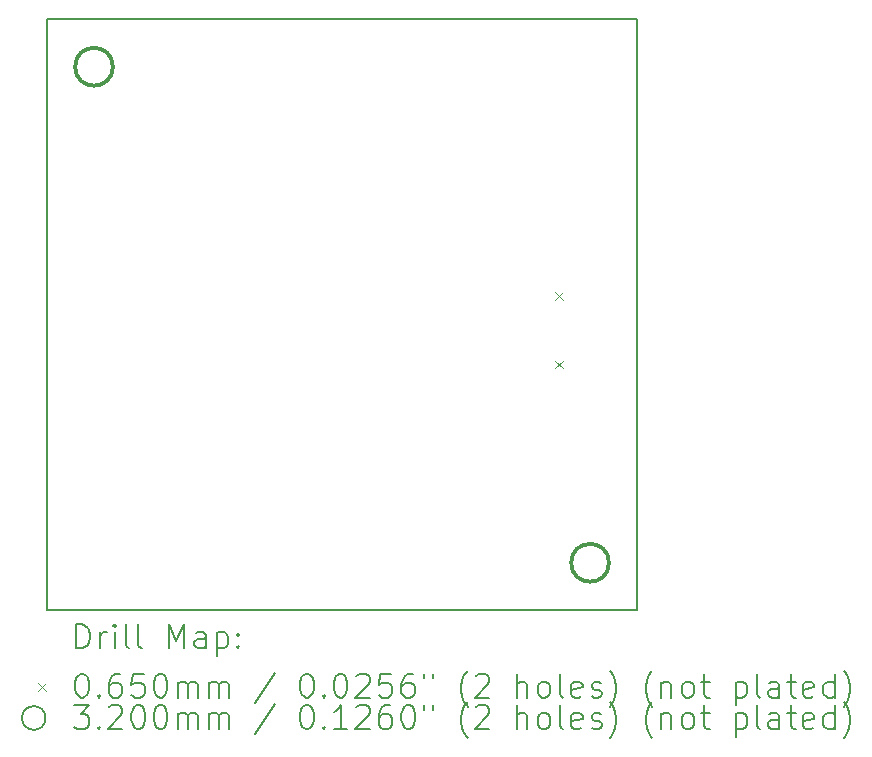
<source format=gbr>
%TF.GenerationSoftware,KiCad,Pcbnew,9.0.5*%
%TF.CreationDate,2025-10-15T09:52:21+02:00*%
%TF.ProjectId,KleverLogger,4b6c6576-6572-44c6-9f67-6765722e6b69,rev?*%
%TF.SameCoordinates,Original*%
%TF.FileFunction,Drillmap*%
%TF.FilePolarity,Positive*%
%FSLAX45Y45*%
G04 Gerber Fmt 4.5, Leading zero omitted, Abs format (unit mm)*
G04 Created by KiCad (PCBNEW 9.0.5) date 2025-10-15 09:52:21*
%MOMM*%
%LPD*%
G01*
G04 APERTURE LIST*
%ADD10C,0.200000*%
%ADD11C,0.100000*%
%ADD12C,0.320000*%
G04 APERTURE END LIST*
D10*
X6000000Y-9000000D02*
X11000000Y-9000000D01*
X11000000Y-14000000D01*
X6000000Y-14000000D01*
X6000000Y-9000000D01*
D11*
X10302500Y-11310500D02*
X10367500Y-11375500D01*
X10367500Y-11310500D02*
X10302500Y-11375500D01*
X10302500Y-11888500D02*
X10367500Y-11953500D01*
X10367500Y-11888500D02*
X10302500Y-11953500D01*
D12*
X6560000Y-9400000D02*
G75*
G02*
X6240000Y-9400000I-160000J0D01*
G01*
X6240000Y-9400000D02*
G75*
G02*
X6560000Y-9400000I160000J0D01*
G01*
X10760000Y-13600000D02*
G75*
G02*
X10440000Y-13600000I-160000J0D01*
G01*
X10440000Y-13600000D02*
G75*
G02*
X10760000Y-13600000I160000J0D01*
G01*
D10*
X6250777Y-14321484D02*
X6250777Y-14121484D01*
X6250777Y-14121484D02*
X6298396Y-14121484D01*
X6298396Y-14121484D02*
X6326967Y-14131008D01*
X6326967Y-14131008D02*
X6346015Y-14150055D01*
X6346015Y-14150055D02*
X6355539Y-14169103D01*
X6355539Y-14169103D02*
X6365062Y-14207198D01*
X6365062Y-14207198D02*
X6365062Y-14235769D01*
X6365062Y-14235769D02*
X6355539Y-14273865D01*
X6355539Y-14273865D02*
X6346015Y-14292912D01*
X6346015Y-14292912D02*
X6326967Y-14311960D01*
X6326967Y-14311960D02*
X6298396Y-14321484D01*
X6298396Y-14321484D02*
X6250777Y-14321484D01*
X6450777Y-14321484D02*
X6450777Y-14188150D01*
X6450777Y-14226246D02*
X6460301Y-14207198D01*
X6460301Y-14207198D02*
X6469824Y-14197674D01*
X6469824Y-14197674D02*
X6488872Y-14188150D01*
X6488872Y-14188150D02*
X6507920Y-14188150D01*
X6574586Y-14321484D02*
X6574586Y-14188150D01*
X6574586Y-14121484D02*
X6565062Y-14131008D01*
X6565062Y-14131008D02*
X6574586Y-14140531D01*
X6574586Y-14140531D02*
X6584110Y-14131008D01*
X6584110Y-14131008D02*
X6574586Y-14121484D01*
X6574586Y-14121484D02*
X6574586Y-14140531D01*
X6698396Y-14321484D02*
X6679348Y-14311960D01*
X6679348Y-14311960D02*
X6669824Y-14292912D01*
X6669824Y-14292912D02*
X6669824Y-14121484D01*
X6803158Y-14321484D02*
X6784110Y-14311960D01*
X6784110Y-14311960D02*
X6774586Y-14292912D01*
X6774586Y-14292912D02*
X6774586Y-14121484D01*
X7031729Y-14321484D02*
X7031729Y-14121484D01*
X7031729Y-14121484D02*
X7098396Y-14264341D01*
X7098396Y-14264341D02*
X7165062Y-14121484D01*
X7165062Y-14121484D02*
X7165062Y-14321484D01*
X7346015Y-14321484D02*
X7346015Y-14216722D01*
X7346015Y-14216722D02*
X7336491Y-14197674D01*
X7336491Y-14197674D02*
X7317443Y-14188150D01*
X7317443Y-14188150D02*
X7279348Y-14188150D01*
X7279348Y-14188150D02*
X7260301Y-14197674D01*
X7346015Y-14311960D02*
X7326967Y-14321484D01*
X7326967Y-14321484D02*
X7279348Y-14321484D01*
X7279348Y-14321484D02*
X7260301Y-14311960D01*
X7260301Y-14311960D02*
X7250777Y-14292912D01*
X7250777Y-14292912D02*
X7250777Y-14273865D01*
X7250777Y-14273865D02*
X7260301Y-14254817D01*
X7260301Y-14254817D02*
X7279348Y-14245293D01*
X7279348Y-14245293D02*
X7326967Y-14245293D01*
X7326967Y-14245293D02*
X7346015Y-14235769D01*
X7441253Y-14188150D02*
X7441253Y-14388150D01*
X7441253Y-14197674D02*
X7460301Y-14188150D01*
X7460301Y-14188150D02*
X7498396Y-14188150D01*
X7498396Y-14188150D02*
X7517443Y-14197674D01*
X7517443Y-14197674D02*
X7526967Y-14207198D01*
X7526967Y-14207198D02*
X7536491Y-14226246D01*
X7536491Y-14226246D02*
X7536491Y-14283388D01*
X7536491Y-14283388D02*
X7526967Y-14302436D01*
X7526967Y-14302436D02*
X7517443Y-14311960D01*
X7517443Y-14311960D02*
X7498396Y-14321484D01*
X7498396Y-14321484D02*
X7460301Y-14321484D01*
X7460301Y-14321484D02*
X7441253Y-14311960D01*
X7622205Y-14302436D02*
X7631729Y-14311960D01*
X7631729Y-14311960D02*
X7622205Y-14321484D01*
X7622205Y-14321484D02*
X7612682Y-14311960D01*
X7612682Y-14311960D02*
X7622205Y-14302436D01*
X7622205Y-14302436D02*
X7622205Y-14321484D01*
X7622205Y-14197674D02*
X7631729Y-14207198D01*
X7631729Y-14207198D02*
X7622205Y-14216722D01*
X7622205Y-14216722D02*
X7612682Y-14207198D01*
X7612682Y-14207198D02*
X7622205Y-14197674D01*
X7622205Y-14197674D02*
X7622205Y-14216722D01*
D11*
X5925000Y-14617500D02*
X5990000Y-14682500D01*
X5990000Y-14617500D02*
X5925000Y-14682500D01*
D10*
X6288872Y-14541484D02*
X6307920Y-14541484D01*
X6307920Y-14541484D02*
X6326967Y-14551008D01*
X6326967Y-14551008D02*
X6336491Y-14560531D01*
X6336491Y-14560531D02*
X6346015Y-14579579D01*
X6346015Y-14579579D02*
X6355539Y-14617674D01*
X6355539Y-14617674D02*
X6355539Y-14665293D01*
X6355539Y-14665293D02*
X6346015Y-14703388D01*
X6346015Y-14703388D02*
X6336491Y-14722436D01*
X6336491Y-14722436D02*
X6326967Y-14731960D01*
X6326967Y-14731960D02*
X6307920Y-14741484D01*
X6307920Y-14741484D02*
X6288872Y-14741484D01*
X6288872Y-14741484D02*
X6269824Y-14731960D01*
X6269824Y-14731960D02*
X6260301Y-14722436D01*
X6260301Y-14722436D02*
X6250777Y-14703388D01*
X6250777Y-14703388D02*
X6241253Y-14665293D01*
X6241253Y-14665293D02*
X6241253Y-14617674D01*
X6241253Y-14617674D02*
X6250777Y-14579579D01*
X6250777Y-14579579D02*
X6260301Y-14560531D01*
X6260301Y-14560531D02*
X6269824Y-14551008D01*
X6269824Y-14551008D02*
X6288872Y-14541484D01*
X6441253Y-14722436D02*
X6450777Y-14731960D01*
X6450777Y-14731960D02*
X6441253Y-14741484D01*
X6441253Y-14741484D02*
X6431729Y-14731960D01*
X6431729Y-14731960D02*
X6441253Y-14722436D01*
X6441253Y-14722436D02*
X6441253Y-14741484D01*
X6622205Y-14541484D02*
X6584110Y-14541484D01*
X6584110Y-14541484D02*
X6565062Y-14551008D01*
X6565062Y-14551008D02*
X6555539Y-14560531D01*
X6555539Y-14560531D02*
X6536491Y-14589103D01*
X6536491Y-14589103D02*
X6526967Y-14627198D01*
X6526967Y-14627198D02*
X6526967Y-14703388D01*
X6526967Y-14703388D02*
X6536491Y-14722436D01*
X6536491Y-14722436D02*
X6546015Y-14731960D01*
X6546015Y-14731960D02*
X6565062Y-14741484D01*
X6565062Y-14741484D02*
X6603158Y-14741484D01*
X6603158Y-14741484D02*
X6622205Y-14731960D01*
X6622205Y-14731960D02*
X6631729Y-14722436D01*
X6631729Y-14722436D02*
X6641253Y-14703388D01*
X6641253Y-14703388D02*
X6641253Y-14655769D01*
X6641253Y-14655769D02*
X6631729Y-14636722D01*
X6631729Y-14636722D02*
X6622205Y-14627198D01*
X6622205Y-14627198D02*
X6603158Y-14617674D01*
X6603158Y-14617674D02*
X6565062Y-14617674D01*
X6565062Y-14617674D02*
X6546015Y-14627198D01*
X6546015Y-14627198D02*
X6536491Y-14636722D01*
X6536491Y-14636722D02*
X6526967Y-14655769D01*
X6822205Y-14541484D02*
X6726967Y-14541484D01*
X6726967Y-14541484D02*
X6717443Y-14636722D01*
X6717443Y-14636722D02*
X6726967Y-14627198D01*
X6726967Y-14627198D02*
X6746015Y-14617674D01*
X6746015Y-14617674D02*
X6793634Y-14617674D01*
X6793634Y-14617674D02*
X6812682Y-14627198D01*
X6812682Y-14627198D02*
X6822205Y-14636722D01*
X6822205Y-14636722D02*
X6831729Y-14655769D01*
X6831729Y-14655769D02*
X6831729Y-14703388D01*
X6831729Y-14703388D02*
X6822205Y-14722436D01*
X6822205Y-14722436D02*
X6812682Y-14731960D01*
X6812682Y-14731960D02*
X6793634Y-14741484D01*
X6793634Y-14741484D02*
X6746015Y-14741484D01*
X6746015Y-14741484D02*
X6726967Y-14731960D01*
X6726967Y-14731960D02*
X6717443Y-14722436D01*
X6955539Y-14541484D02*
X6974586Y-14541484D01*
X6974586Y-14541484D02*
X6993634Y-14551008D01*
X6993634Y-14551008D02*
X7003158Y-14560531D01*
X7003158Y-14560531D02*
X7012682Y-14579579D01*
X7012682Y-14579579D02*
X7022205Y-14617674D01*
X7022205Y-14617674D02*
X7022205Y-14665293D01*
X7022205Y-14665293D02*
X7012682Y-14703388D01*
X7012682Y-14703388D02*
X7003158Y-14722436D01*
X7003158Y-14722436D02*
X6993634Y-14731960D01*
X6993634Y-14731960D02*
X6974586Y-14741484D01*
X6974586Y-14741484D02*
X6955539Y-14741484D01*
X6955539Y-14741484D02*
X6936491Y-14731960D01*
X6936491Y-14731960D02*
X6926967Y-14722436D01*
X6926967Y-14722436D02*
X6917443Y-14703388D01*
X6917443Y-14703388D02*
X6907920Y-14665293D01*
X6907920Y-14665293D02*
X6907920Y-14617674D01*
X6907920Y-14617674D02*
X6917443Y-14579579D01*
X6917443Y-14579579D02*
X6926967Y-14560531D01*
X6926967Y-14560531D02*
X6936491Y-14551008D01*
X6936491Y-14551008D02*
X6955539Y-14541484D01*
X7107920Y-14741484D02*
X7107920Y-14608150D01*
X7107920Y-14627198D02*
X7117443Y-14617674D01*
X7117443Y-14617674D02*
X7136491Y-14608150D01*
X7136491Y-14608150D02*
X7165063Y-14608150D01*
X7165063Y-14608150D02*
X7184110Y-14617674D01*
X7184110Y-14617674D02*
X7193634Y-14636722D01*
X7193634Y-14636722D02*
X7193634Y-14741484D01*
X7193634Y-14636722D02*
X7203158Y-14617674D01*
X7203158Y-14617674D02*
X7222205Y-14608150D01*
X7222205Y-14608150D02*
X7250777Y-14608150D01*
X7250777Y-14608150D02*
X7269824Y-14617674D01*
X7269824Y-14617674D02*
X7279348Y-14636722D01*
X7279348Y-14636722D02*
X7279348Y-14741484D01*
X7374586Y-14741484D02*
X7374586Y-14608150D01*
X7374586Y-14627198D02*
X7384110Y-14617674D01*
X7384110Y-14617674D02*
X7403158Y-14608150D01*
X7403158Y-14608150D02*
X7431729Y-14608150D01*
X7431729Y-14608150D02*
X7450777Y-14617674D01*
X7450777Y-14617674D02*
X7460301Y-14636722D01*
X7460301Y-14636722D02*
X7460301Y-14741484D01*
X7460301Y-14636722D02*
X7469824Y-14617674D01*
X7469824Y-14617674D02*
X7488872Y-14608150D01*
X7488872Y-14608150D02*
X7517443Y-14608150D01*
X7517443Y-14608150D02*
X7536491Y-14617674D01*
X7536491Y-14617674D02*
X7546015Y-14636722D01*
X7546015Y-14636722D02*
X7546015Y-14741484D01*
X7936491Y-14531960D02*
X7765063Y-14789103D01*
X8193634Y-14541484D02*
X8212682Y-14541484D01*
X8212682Y-14541484D02*
X8231729Y-14551008D01*
X8231729Y-14551008D02*
X8241253Y-14560531D01*
X8241253Y-14560531D02*
X8250777Y-14579579D01*
X8250777Y-14579579D02*
X8260301Y-14617674D01*
X8260301Y-14617674D02*
X8260301Y-14665293D01*
X8260301Y-14665293D02*
X8250777Y-14703388D01*
X8250777Y-14703388D02*
X8241253Y-14722436D01*
X8241253Y-14722436D02*
X8231729Y-14731960D01*
X8231729Y-14731960D02*
X8212682Y-14741484D01*
X8212682Y-14741484D02*
X8193634Y-14741484D01*
X8193634Y-14741484D02*
X8174586Y-14731960D01*
X8174586Y-14731960D02*
X8165063Y-14722436D01*
X8165063Y-14722436D02*
X8155539Y-14703388D01*
X8155539Y-14703388D02*
X8146015Y-14665293D01*
X8146015Y-14665293D02*
X8146015Y-14617674D01*
X8146015Y-14617674D02*
X8155539Y-14579579D01*
X8155539Y-14579579D02*
X8165063Y-14560531D01*
X8165063Y-14560531D02*
X8174586Y-14551008D01*
X8174586Y-14551008D02*
X8193634Y-14541484D01*
X8346015Y-14722436D02*
X8355539Y-14731960D01*
X8355539Y-14731960D02*
X8346015Y-14741484D01*
X8346015Y-14741484D02*
X8336491Y-14731960D01*
X8336491Y-14731960D02*
X8346015Y-14722436D01*
X8346015Y-14722436D02*
X8346015Y-14741484D01*
X8479348Y-14541484D02*
X8498396Y-14541484D01*
X8498396Y-14541484D02*
X8517444Y-14551008D01*
X8517444Y-14551008D02*
X8526968Y-14560531D01*
X8526968Y-14560531D02*
X8536491Y-14579579D01*
X8536491Y-14579579D02*
X8546015Y-14617674D01*
X8546015Y-14617674D02*
X8546015Y-14665293D01*
X8546015Y-14665293D02*
X8536491Y-14703388D01*
X8536491Y-14703388D02*
X8526968Y-14722436D01*
X8526968Y-14722436D02*
X8517444Y-14731960D01*
X8517444Y-14731960D02*
X8498396Y-14741484D01*
X8498396Y-14741484D02*
X8479348Y-14741484D01*
X8479348Y-14741484D02*
X8460301Y-14731960D01*
X8460301Y-14731960D02*
X8450777Y-14722436D01*
X8450777Y-14722436D02*
X8441253Y-14703388D01*
X8441253Y-14703388D02*
X8431729Y-14665293D01*
X8431729Y-14665293D02*
X8431729Y-14617674D01*
X8431729Y-14617674D02*
X8441253Y-14579579D01*
X8441253Y-14579579D02*
X8450777Y-14560531D01*
X8450777Y-14560531D02*
X8460301Y-14551008D01*
X8460301Y-14551008D02*
X8479348Y-14541484D01*
X8622206Y-14560531D02*
X8631729Y-14551008D01*
X8631729Y-14551008D02*
X8650777Y-14541484D01*
X8650777Y-14541484D02*
X8698396Y-14541484D01*
X8698396Y-14541484D02*
X8717444Y-14551008D01*
X8717444Y-14551008D02*
X8726968Y-14560531D01*
X8726968Y-14560531D02*
X8736491Y-14579579D01*
X8736491Y-14579579D02*
X8736491Y-14598627D01*
X8736491Y-14598627D02*
X8726968Y-14627198D01*
X8726968Y-14627198D02*
X8612682Y-14741484D01*
X8612682Y-14741484D02*
X8736491Y-14741484D01*
X8917444Y-14541484D02*
X8822206Y-14541484D01*
X8822206Y-14541484D02*
X8812682Y-14636722D01*
X8812682Y-14636722D02*
X8822206Y-14627198D01*
X8822206Y-14627198D02*
X8841253Y-14617674D01*
X8841253Y-14617674D02*
X8888872Y-14617674D01*
X8888872Y-14617674D02*
X8907920Y-14627198D01*
X8907920Y-14627198D02*
X8917444Y-14636722D01*
X8917444Y-14636722D02*
X8926968Y-14655769D01*
X8926968Y-14655769D02*
X8926968Y-14703388D01*
X8926968Y-14703388D02*
X8917444Y-14722436D01*
X8917444Y-14722436D02*
X8907920Y-14731960D01*
X8907920Y-14731960D02*
X8888872Y-14741484D01*
X8888872Y-14741484D02*
X8841253Y-14741484D01*
X8841253Y-14741484D02*
X8822206Y-14731960D01*
X8822206Y-14731960D02*
X8812682Y-14722436D01*
X9098396Y-14541484D02*
X9060301Y-14541484D01*
X9060301Y-14541484D02*
X9041253Y-14551008D01*
X9041253Y-14551008D02*
X9031729Y-14560531D01*
X9031729Y-14560531D02*
X9012682Y-14589103D01*
X9012682Y-14589103D02*
X9003158Y-14627198D01*
X9003158Y-14627198D02*
X9003158Y-14703388D01*
X9003158Y-14703388D02*
X9012682Y-14722436D01*
X9012682Y-14722436D02*
X9022206Y-14731960D01*
X9022206Y-14731960D02*
X9041253Y-14741484D01*
X9041253Y-14741484D02*
X9079349Y-14741484D01*
X9079349Y-14741484D02*
X9098396Y-14731960D01*
X9098396Y-14731960D02*
X9107920Y-14722436D01*
X9107920Y-14722436D02*
X9117444Y-14703388D01*
X9117444Y-14703388D02*
X9117444Y-14655769D01*
X9117444Y-14655769D02*
X9107920Y-14636722D01*
X9107920Y-14636722D02*
X9098396Y-14627198D01*
X9098396Y-14627198D02*
X9079349Y-14617674D01*
X9079349Y-14617674D02*
X9041253Y-14617674D01*
X9041253Y-14617674D02*
X9022206Y-14627198D01*
X9022206Y-14627198D02*
X9012682Y-14636722D01*
X9012682Y-14636722D02*
X9003158Y-14655769D01*
X9193634Y-14541484D02*
X9193634Y-14579579D01*
X9269825Y-14541484D02*
X9269825Y-14579579D01*
X9565063Y-14817674D02*
X9555539Y-14808150D01*
X9555539Y-14808150D02*
X9536491Y-14779579D01*
X9536491Y-14779579D02*
X9526968Y-14760531D01*
X9526968Y-14760531D02*
X9517444Y-14731960D01*
X9517444Y-14731960D02*
X9507920Y-14684341D01*
X9507920Y-14684341D02*
X9507920Y-14646246D01*
X9507920Y-14646246D02*
X9517444Y-14598627D01*
X9517444Y-14598627D02*
X9526968Y-14570055D01*
X9526968Y-14570055D02*
X9536491Y-14551008D01*
X9536491Y-14551008D02*
X9555539Y-14522436D01*
X9555539Y-14522436D02*
X9565063Y-14512912D01*
X9631730Y-14560531D02*
X9641253Y-14551008D01*
X9641253Y-14551008D02*
X9660301Y-14541484D01*
X9660301Y-14541484D02*
X9707920Y-14541484D01*
X9707920Y-14541484D02*
X9726968Y-14551008D01*
X9726968Y-14551008D02*
X9736491Y-14560531D01*
X9736491Y-14560531D02*
X9746015Y-14579579D01*
X9746015Y-14579579D02*
X9746015Y-14598627D01*
X9746015Y-14598627D02*
X9736491Y-14627198D01*
X9736491Y-14627198D02*
X9622206Y-14741484D01*
X9622206Y-14741484D02*
X9746015Y-14741484D01*
X9984111Y-14741484D02*
X9984111Y-14541484D01*
X10069825Y-14741484D02*
X10069825Y-14636722D01*
X10069825Y-14636722D02*
X10060301Y-14617674D01*
X10060301Y-14617674D02*
X10041253Y-14608150D01*
X10041253Y-14608150D02*
X10012682Y-14608150D01*
X10012682Y-14608150D02*
X9993634Y-14617674D01*
X9993634Y-14617674D02*
X9984111Y-14627198D01*
X10193634Y-14741484D02*
X10174587Y-14731960D01*
X10174587Y-14731960D02*
X10165063Y-14722436D01*
X10165063Y-14722436D02*
X10155539Y-14703388D01*
X10155539Y-14703388D02*
X10155539Y-14646246D01*
X10155539Y-14646246D02*
X10165063Y-14627198D01*
X10165063Y-14627198D02*
X10174587Y-14617674D01*
X10174587Y-14617674D02*
X10193634Y-14608150D01*
X10193634Y-14608150D02*
X10222206Y-14608150D01*
X10222206Y-14608150D02*
X10241253Y-14617674D01*
X10241253Y-14617674D02*
X10250777Y-14627198D01*
X10250777Y-14627198D02*
X10260301Y-14646246D01*
X10260301Y-14646246D02*
X10260301Y-14703388D01*
X10260301Y-14703388D02*
X10250777Y-14722436D01*
X10250777Y-14722436D02*
X10241253Y-14731960D01*
X10241253Y-14731960D02*
X10222206Y-14741484D01*
X10222206Y-14741484D02*
X10193634Y-14741484D01*
X10374587Y-14741484D02*
X10355539Y-14731960D01*
X10355539Y-14731960D02*
X10346015Y-14712912D01*
X10346015Y-14712912D02*
X10346015Y-14541484D01*
X10526968Y-14731960D02*
X10507920Y-14741484D01*
X10507920Y-14741484D02*
X10469825Y-14741484D01*
X10469825Y-14741484D02*
X10450777Y-14731960D01*
X10450777Y-14731960D02*
X10441253Y-14712912D01*
X10441253Y-14712912D02*
X10441253Y-14636722D01*
X10441253Y-14636722D02*
X10450777Y-14617674D01*
X10450777Y-14617674D02*
X10469825Y-14608150D01*
X10469825Y-14608150D02*
X10507920Y-14608150D01*
X10507920Y-14608150D02*
X10526968Y-14617674D01*
X10526968Y-14617674D02*
X10536492Y-14636722D01*
X10536492Y-14636722D02*
X10536492Y-14655769D01*
X10536492Y-14655769D02*
X10441253Y-14674817D01*
X10612682Y-14731960D02*
X10631730Y-14741484D01*
X10631730Y-14741484D02*
X10669825Y-14741484D01*
X10669825Y-14741484D02*
X10688873Y-14731960D01*
X10688873Y-14731960D02*
X10698396Y-14712912D01*
X10698396Y-14712912D02*
X10698396Y-14703388D01*
X10698396Y-14703388D02*
X10688873Y-14684341D01*
X10688873Y-14684341D02*
X10669825Y-14674817D01*
X10669825Y-14674817D02*
X10641253Y-14674817D01*
X10641253Y-14674817D02*
X10622206Y-14665293D01*
X10622206Y-14665293D02*
X10612682Y-14646246D01*
X10612682Y-14646246D02*
X10612682Y-14636722D01*
X10612682Y-14636722D02*
X10622206Y-14617674D01*
X10622206Y-14617674D02*
X10641253Y-14608150D01*
X10641253Y-14608150D02*
X10669825Y-14608150D01*
X10669825Y-14608150D02*
X10688873Y-14617674D01*
X10765063Y-14817674D02*
X10774587Y-14808150D01*
X10774587Y-14808150D02*
X10793634Y-14779579D01*
X10793634Y-14779579D02*
X10803158Y-14760531D01*
X10803158Y-14760531D02*
X10812682Y-14731960D01*
X10812682Y-14731960D02*
X10822206Y-14684341D01*
X10822206Y-14684341D02*
X10822206Y-14646246D01*
X10822206Y-14646246D02*
X10812682Y-14598627D01*
X10812682Y-14598627D02*
X10803158Y-14570055D01*
X10803158Y-14570055D02*
X10793634Y-14551008D01*
X10793634Y-14551008D02*
X10774587Y-14522436D01*
X10774587Y-14522436D02*
X10765063Y-14512912D01*
X11126968Y-14817674D02*
X11117444Y-14808150D01*
X11117444Y-14808150D02*
X11098396Y-14779579D01*
X11098396Y-14779579D02*
X11088873Y-14760531D01*
X11088873Y-14760531D02*
X11079349Y-14731960D01*
X11079349Y-14731960D02*
X11069825Y-14684341D01*
X11069825Y-14684341D02*
X11069825Y-14646246D01*
X11069825Y-14646246D02*
X11079349Y-14598627D01*
X11079349Y-14598627D02*
X11088873Y-14570055D01*
X11088873Y-14570055D02*
X11098396Y-14551008D01*
X11098396Y-14551008D02*
X11117444Y-14522436D01*
X11117444Y-14522436D02*
X11126968Y-14512912D01*
X11203158Y-14608150D02*
X11203158Y-14741484D01*
X11203158Y-14627198D02*
X11212682Y-14617674D01*
X11212682Y-14617674D02*
X11231730Y-14608150D01*
X11231730Y-14608150D02*
X11260301Y-14608150D01*
X11260301Y-14608150D02*
X11279349Y-14617674D01*
X11279349Y-14617674D02*
X11288872Y-14636722D01*
X11288872Y-14636722D02*
X11288872Y-14741484D01*
X11412682Y-14741484D02*
X11393634Y-14731960D01*
X11393634Y-14731960D02*
X11384111Y-14722436D01*
X11384111Y-14722436D02*
X11374587Y-14703388D01*
X11374587Y-14703388D02*
X11374587Y-14646246D01*
X11374587Y-14646246D02*
X11384111Y-14627198D01*
X11384111Y-14627198D02*
X11393634Y-14617674D01*
X11393634Y-14617674D02*
X11412682Y-14608150D01*
X11412682Y-14608150D02*
X11441253Y-14608150D01*
X11441253Y-14608150D02*
X11460301Y-14617674D01*
X11460301Y-14617674D02*
X11469825Y-14627198D01*
X11469825Y-14627198D02*
X11479349Y-14646246D01*
X11479349Y-14646246D02*
X11479349Y-14703388D01*
X11479349Y-14703388D02*
X11469825Y-14722436D01*
X11469825Y-14722436D02*
X11460301Y-14731960D01*
X11460301Y-14731960D02*
X11441253Y-14741484D01*
X11441253Y-14741484D02*
X11412682Y-14741484D01*
X11536492Y-14608150D02*
X11612682Y-14608150D01*
X11565063Y-14541484D02*
X11565063Y-14712912D01*
X11565063Y-14712912D02*
X11574587Y-14731960D01*
X11574587Y-14731960D02*
X11593634Y-14741484D01*
X11593634Y-14741484D02*
X11612682Y-14741484D01*
X11831730Y-14608150D02*
X11831730Y-14808150D01*
X11831730Y-14617674D02*
X11850777Y-14608150D01*
X11850777Y-14608150D02*
X11888873Y-14608150D01*
X11888873Y-14608150D02*
X11907920Y-14617674D01*
X11907920Y-14617674D02*
X11917444Y-14627198D01*
X11917444Y-14627198D02*
X11926968Y-14646246D01*
X11926968Y-14646246D02*
X11926968Y-14703388D01*
X11926968Y-14703388D02*
X11917444Y-14722436D01*
X11917444Y-14722436D02*
X11907920Y-14731960D01*
X11907920Y-14731960D02*
X11888873Y-14741484D01*
X11888873Y-14741484D02*
X11850777Y-14741484D01*
X11850777Y-14741484D02*
X11831730Y-14731960D01*
X12041253Y-14741484D02*
X12022206Y-14731960D01*
X12022206Y-14731960D02*
X12012682Y-14712912D01*
X12012682Y-14712912D02*
X12012682Y-14541484D01*
X12203158Y-14741484D02*
X12203158Y-14636722D01*
X12203158Y-14636722D02*
X12193634Y-14617674D01*
X12193634Y-14617674D02*
X12174587Y-14608150D01*
X12174587Y-14608150D02*
X12136492Y-14608150D01*
X12136492Y-14608150D02*
X12117444Y-14617674D01*
X12203158Y-14731960D02*
X12184111Y-14741484D01*
X12184111Y-14741484D02*
X12136492Y-14741484D01*
X12136492Y-14741484D02*
X12117444Y-14731960D01*
X12117444Y-14731960D02*
X12107920Y-14712912D01*
X12107920Y-14712912D02*
X12107920Y-14693865D01*
X12107920Y-14693865D02*
X12117444Y-14674817D01*
X12117444Y-14674817D02*
X12136492Y-14665293D01*
X12136492Y-14665293D02*
X12184111Y-14665293D01*
X12184111Y-14665293D02*
X12203158Y-14655769D01*
X12269825Y-14608150D02*
X12346015Y-14608150D01*
X12298396Y-14541484D02*
X12298396Y-14712912D01*
X12298396Y-14712912D02*
X12307920Y-14731960D01*
X12307920Y-14731960D02*
X12326968Y-14741484D01*
X12326968Y-14741484D02*
X12346015Y-14741484D01*
X12488873Y-14731960D02*
X12469825Y-14741484D01*
X12469825Y-14741484D02*
X12431730Y-14741484D01*
X12431730Y-14741484D02*
X12412682Y-14731960D01*
X12412682Y-14731960D02*
X12403158Y-14712912D01*
X12403158Y-14712912D02*
X12403158Y-14636722D01*
X12403158Y-14636722D02*
X12412682Y-14617674D01*
X12412682Y-14617674D02*
X12431730Y-14608150D01*
X12431730Y-14608150D02*
X12469825Y-14608150D01*
X12469825Y-14608150D02*
X12488873Y-14617674D01*
X12488873Y-14617674D02*
X12498396Y-14636722D01*
X12498396Y-14636722D02*
X12498396Y-14655769D01*
X12498396Y-14655769D02*
X12403158Y-14674817D01*
X12669825Y-14741484D02*
X12669825Y-14541484D01*
X12669825Y-14731960D02*
X12650777Y-14741484D01*
X12650777Y-14741484D02*
X12612682Y-14741484D01*
X12612682Y-14741484D02*
X12593634Y-14731960D01*
X12593634Y-14731960D02*
X12584111Y-14722436D01*
X12584111Y-14722436D02*
X12574587Y-14703388D01*
X12574587Y-14703388D02*
X12574587Y-14646246D01*
X12574587Y-14646246D02*
X12584111Y-14627198D01*
X12584111Y-14627198D02*
X12593634Y-14617674D01*
X12593634Y-14617674D02*
X12612682Y-14608150D01*
X12612682Y-14608150D02*
X12650777Y-14608150D01*
X12650777Y-14608150D02*
X12669825Y-14617674D01*
X12746015Y-14817674D02*
X12755539Y-14808150D01*
X12755539Y-14808150D02*
X12774587Y-14779579D01*
X12774587Y-14779579D02*
X12784111Y-14760531D01*
X12784111Y-14760531D02*
X12793634Y-14731960D01*
X12793634Y-14731960D02*
X12803158Y-14684341D01*
X12803158Y-14684341D02*
X12803158Y-14646246D01*
X12803158Y-14646246D02*
X12793634Y-14598627D01*
X12793634Y-14598627D02*
X12784111Y-14570055D01*
X12784111Y-14570055D02*
X12774587Y-14551008D01*
X12774587Y-14551008D02*
X12755539Y-14522436D01*
X12755539Y-14522436D02*
X12746015Y-14512912D01*
X5990000Y-14914000D02*
G75*
G02*
X5790000Y-14914000I-100000J0D01*
G01*
X5790000Y-14914000D02*
G75*
G02*
X5990000Y-14914000I100000J0D01*
G01*
X6231729Y-14805484D02*
X6355539Y-14805484D01*
X6355539Y-14805484D02*
X6288872Y-14881674D01*
X6288872Y-14881674D02*
X6317443Y-14881674D01*
X6317443Y-14881674D02*
X6336491Y-14891198D01*
X6336491Y-14891198D02*
X6346015Y-14900722D01*
X6346015Y-14900722D02*
X6355539Y-14919769D01*
X6355539Y-14919769D02*
X6355539Y-14967388D01*
X6355539Y-14967388D02*
X6346015Y-14986436D01*
X6346015Y-14986436D02*
X6336491Y-14995960D01*
X6336491Y-14995960D02*
X6317443Y-15005484D01*
X6317443Y-15005484D02*
X6260301Y-15005484D01*
X6260301Y-15005484D02*
X6241253Y-14995960D01*
X6241253Y-14995960D02*
X6231729Y-14986436D01*
X6441253Y-14986436D02*
X6450777Y-14995960D01*
X6450777Y-14995960D02*
X6441253Y-15005484D01*
X6441253Y-15005484D02*
X6431729Y-14995960D01*
X6431729Y-14995960D02*
X6441253Y-14986436D01*
X6441253Y-14986436D02*
X6441253Y-15005484D01*
X6526967Y-14824531D02*
X6536491Y-14815008D01*
X6536491Y-14815008D02*
X6555539Y-14805484D01*
X6555539Y-14805484D02*
X6603158Y-14805484D01*
X6603158Y-14805484D02*
X6622205Y-14815008D01*
X6622205Y-14815008D02*
X6631729Y-14824531D01*
X6631729Y-14824531D02*
X6641253Y-14843579D01*
X6641253Y-14843579D02*
X6641253Y-14862627D01*
X6641253Y-14862627D02*
X6631729Y-14891198D01*
X6631729Y-14891198D02*
X6517443Y-15005484D01*
X6517443Y-15005484D02*
X6641253Y-15005484D01*
X6765062Y-14805484D02*
X6784110Y-14805484D01*
X6784110Y-14805484D02*
X6803158Y-14815008D01*
X6803158Y-14815008D02*
X6812682Y-14824531D01*
X6812682Y-14824531D02*
X6822205Y-14843579D01*
X6822205Y-14843579D02*
X6831729Y-14881674D01*
X6831729Y-14881674D02*
X6831729Y-14929293D01*
X6831729Y-14929293D02*
X6822205Y-14967388D01*
X6822205Y-14967388D02*
X6812682Y-14986436D01*
X6812682Y-14986436D02*
X6803158Y-14995960D01*
X6803158Y-14995960D02*
X6784110Y-15005484D01*
X6784110Y-15005484D02*
X6765062Y-15005484D01*
X6765062Y-15005484D02*
X6746015Y-14995960D01*
X6746015Y-14995960D02*
X6736491Y-14986436D01*
X6736491Y-14986436D02*
X6726967Y-14967388D01*
X6726967Y-14967388D02*
X6717443Y-14929293D01*
X6717443Y-14929293D02*
X6717443Y-14881674D01*
X6717443Y-14881674D02*
X6726967Y-14843579D01*
X6726967Y-14843579D02*
X6736491Y-14824531D01*
X6736491Y-14824531D02*
X6746015Y-14815008D01*
X6746015Y-14815008D02*
X6765062Y-14805484D01*
X6955539Y-14805484D02*
X6974586Y-14805484D01*
X6974586Y-14805484D02*
X6993634Y-14815008D01*
X6993634Y-14815008D02*
X7003158Y-14824531D01*
X7003158Y-14824531D02*
X7012682Y-14843579D01*
X7012682Y-14843579D02*
X7022205Y-14881674D01*
X7022205Y-14881674D02*
X7022205Y-14929293D01*
X7022205Y-14929293D02*
X7012682Y-14967388D01*
X7012682Y-14967388D02*
X7003158Y-14986436D01*
X7003158Y-14986436D02*
X6993634Y-14995960D01*
X6993634Y-14995960D02*
X6974586Y-15005484D01*
X6974586Y-15005484D02*
X6955539Y-15005484D01*
X6955539Y-15005484D02*
X6936491Y-14995960D01*
X6936491Y-14995960D02*
X6926967Y-14986436D01*
X6926967Y-14986436D02*
X6917443Y-14967388D01*
X6917443Y-14967388D02*
X6907920Y-14929293D01*
X6907920Y-14929293D02*
X6907920Y-14881674D01*
X6907920Y-14881674D02*
X6917443Y-14843579D01*
X6917443Y-14843579D02*
X6926967Y-14824531D01*
X6926967Y-14824531D02*
X6936491Y-14815008D01*
X6936491Y-14815008D02*
X6955539Y-14805484D01*
X7107920Y-15005484D02*
X7107920Y-14872150D01*
X7107920Y-14891198D02*
X7117443Y-14881674D01*
X7117443Y-14881674D02*
X7136491Y-14872150D01*
X7136491Y-14872150D02*
X7165063Y-14872150D01*
X7165063Y-14872150D02*
X7184110Y-14881674D01*
X7184110Y-14881674D02*
X7193634Y-14900722D01*
X7193634Y-14900722D02*
X7193634Y-15005484D01*
X7193634Y-14900722D02*
X7203158Y-14881674D01*
X7203158Y-14881674D02*
X7222205Y-14872150D01*
X7222205Y-14872150D02*
X7250777Y-14872150D01*
X7250777Y-14872150D02*
X7269824Y-14881674D01*
X7269824Y-14881674D02*
X7279348Y-14900722D01*
X7279348Y-14900722D02*
X7279348Y-15005484D01*
X7374586Y-15005484D02*
X7374586Y-14872150D01*
X7374586Y-14891198D02*
X7384110Y-14881674D01*
X7384110Y-14881674D02*
X7403158Y-14872150D01*
X7403158Y-14872150D02*
X7431729Y-14872150D01*
X7431729Y-14872150D02*
X7450777Y-14881674D01*
X7450777Y-14881674D02*
X7460301Y-14900722D01*
X7460301Y-14900722D02*
X7460301Y-15005484D01*
X7460301Y-14900722D02*
X7469824Y-14881674D01*
X7469824Y-14881674D02*
X7488872Y-14872150D01*
X7488872Y-14872150D02*
X7517443Y-14872150D01*
X7517443Y-14872150D02*
X7536491Y-14881674D01*
X7536491Y-14881674D02*
X7546015Y-14900722D01*
X7546015Y-14900722D02*
X7546015Y-15005484D01*
X7936491Y-14795960D02*
X7765063Y-15053103D01*
X8193634Y-14805484D02*
X8212682Y-14805484D01*
X8212682Y-14805484D02*
X8231729Y-14815008D01*
X8231729Y-14815008D02*
X8241253Y-14824531D01*
X8241253Y-14824531D02*
X8250777Y-14843579D01*
X8250777Y-14843579D02*
X8260301Y-14881674D01*
X8260301Y-14881674D02*
X8260301Y-14929293D01*
X8260301Y-14929293D02*
X8250777Y-14967388D01*
X8250777Y-14967388D02*
X8241253Y-14986436D01*
X8241253Y-14986436D02*
X8231729Y-14995960D01*
X8231729Y-14995960D02*
X8212682Y-15005484D01*
X8212682Y-15005484D02*
X8193634Y-15005484D01*
X8193634Y-15005484D02*
X8174586Y-14995960D01*
X8174586Y-14995960D02*
X8165063Y-14986436D01*
X8165063Y-14986436D02*
X8155539Y-14967388D01*
X8155539Y-14967388D02*
X8146015Y-14929293D01*
X8146015Y-14929293D02*
X8146015Y-14881674D01*
X8146015Y-14881674D02*
X8155539Y-14843579D01*
X8155539Y-14843579D02*
X8165063Y-14824531D01*
X8165063Y-14824531D02*
X8174586Y-14815008D01*
X8174586Y-14815008D02*
X8193634Y-14805484D01*
X8346015Y-14986436D02*
X8355539Y-14995960D01*
X8355539Y-14995960D02*
X8346015Y-15005484D01*
X8346015Y-15005484D02*
X8336491Y-14995960D01*
X8336491Y-14995960D02*
X8346015Y-14986436D01*
X8346015Y-14986436D02*
X8346015Y-15005484D01*
X8546015Y-15005484D02*
X8431729Y-15005484D01*
X8488872Y-15005484D02*
X8488872Y-14805484D01*
X8488872Y-14805484D02*
X8469825Y-14834055D01*
X8469825Y-14834055D02*
X8450777Y-14853103D01*
X8450777Y-14853103D02*
X8431729Y-14862627D01*
X8622206Y-14824531D02*
X8631729Y-14815008D01*
X8631729Y-14815008D02*
X8650777Y-14805484D01*
X8650777Y-14805484D02*
X8698396Y-14805484D01*
X8698396Y-14805484D02*
X8717444Y-14815008D01*
X8717444Y-14815008D02*
X8726968Y-14824531D01*
X8726968Y-14824531D02*
X8736491Y-14843579D01*
X8736491Y-14843579D02*
X8736491Y-14862627D01*
X8736491Y-14862627D02*
X8726968Y-14891198D01*
X8726968Y-14891198D02*
X8612682Y-15005484D01*
X8612682Y-15005484D02*
X8736491Y-15005484D01*
X8907920Y-14805484D02*
X8869825Y-14805484D01*
X8869825Y-14805484D02*
X8850777Y-14815008D01*
X8850777Y-14815008D02*
X8841253Y-14824531D01*
X8841253Y-14824531D02*
X8822206Y-14853103D01*
X8822206Y-14853103D02*
X8812682Y-14891198D01*
X8812682Y-14891198D02*
X8812682Y-14967388D01*
X8812682Y-14967388D02*
X8822206Y-14986436D01*
X8822206Y-14986436D02*
X8831729Y-14995960D01*
X8831729Y-14995960D02*
X8850777Y-15005484D01*
X8850777Y-15005484D02*
X8888872Y-15005484D01*
X8888872Y-15005484D02*
X8907920Y-14995960D01*
X8907920Y-14995960D02*
X8917444Y-14986436D01*
X8917444Y-14986436D02*
X8926968Y-14967388D01*
X8926968Y-14967388D02*
X8926968Y-14919769D01*
X8926968Y-14919769D02*
X8917444Y-14900722D01*
X8917444Y-14900722D02*
X8907920Y-14891198D01*
X8907920Y-14891198D02*
X8888872Y-14881674D01*
X8888872Y-14881674D02*
X8850777Y-14881674D01*
X8850777Y-14881674D02*
X8831729Y-14891198D01*
X8831729Y-14891198D02*
X8822206Y-14900722D01*
X8822206Y-14900722D02*
X8812682Y-14919769D01*
X9050777Y-14805484D02*
X9069825Y-14805484D01*
X9069825Y-14805484D02*
X9088872Y-14815008D01*
X9088872Y-14815008D02*
X9098396Y-14824531D01*
X9098396Y-14824531D02*
X9107920Y-14843579D01*
X9107920Y-14843579D02*
X9117444Y-14881674D01*
X9117444Y-14881674D02*
X9117444Y-14929293D01*
X9117444Y-14929293D02*
X9107920Y-14967388D01*
X9107920Y-14967388D02*
X9098396Y-14986436D01*
X9098396Y-14986436D02*
X9088872Y-14995960D01*
X9088872Y-14995960D02*
X9069825Y-15005484D01*
X9069825Y-15005484D02*
X9050777Y-15005484D01*
X9050777Y-15005484D02*
X9031729Y-14995960D01*
X9031729Y-14995960D02*
X9022206Y-14986436D01*
X9022206Y-14986436D02*
X9012682Y-14967388D01*
X9012682Y-14967388D02*
X9003158Y-14929293D01*
X9003158Y-14929293D02*
X9003158Y-14881674D01*
X9003158Y-14881674D02*
X9012682Y-14843579D01*
X9012682Y-14843579D02*
X9022206Y-14824531D01*
X9022206Y-14824531D02*
X9031729Y-14815008D01*
X9031729Y-14815008D02*
X9050777Y-14805484D01*
X9193634Y-14805484D02*
X9193634Y-14843579D01*
X9269825Y-14805484D02*
X9269825Y-14843579D01*
X9565063Y-15081674D02*
X9555539Y-15072150D01*
X9555539Y-15072150D02*
X9536491Y-15043579D01*
X9536491Y-15043579D02*
X9526968Y-15024531D01*
X9526968Y-15024531D02*
X9517444Y-14995960D01*
X9517444Y-14995960D02*
X9507920Y-14948341D01*
X9507920Y-14948341D02*
X9507920Y-14910246D01*
X9507920Y-14910246D02*
X9517444Y-14862627D01*
X9517444Y-14862627D02*
X9526968Y-14834055D01*
X9526968Y-14834055D02*
X9536491Y-14815008D01*
X9536491Y-14815008D02*
X9555539Y-14786436D01*
X9555539Y-14786436D02*
X9565063Y-14776912D01*
X9631730Y-14824531D02*
X9641253Y-14815008D01*
X9641253Y-14815008D02*
X9660301Y-14805484D01*
X9660301Y-14805484D02*
X9707920Y-14805484D01*
X9707920Y-14805484D02*
X9726968Y-14815008D01*
X9726968Y-14815008D02*
X9736491Y-14824531D01*
X9736491Y-14824531D02*
X9746015Y-14843579D01*
X9746015Y-14843579D02*
X9746015Y-14862627D01*
X9746015Y-14862627D02*
X9736491Y-14891198D01*
X9736491Y-14891198D02*
X9622206Y-15005484D01*
X9622206Y-15005484D02*
X9746015Y-15005484D01*
X9984111Y-15005484D02*
X9984111Y-14805484D01*
X10069825Y-15005484D02*
X10069825Y-14900722D01*
X10069825Y-14900722D02*
X10060301Y-14881674D01*
X10060301Y-14881674D02*
X10041253Y-14872150D01*
X10041253Y-14872150D02*
X10012682Y-14872150D01*
X10012682Y-14872150D02*
X9993634Y-14881674D01*
X9993634Y-14881674D02*
X9984111Y-14891198D01*
X10193634Y-15005484D02*
X10174587Y-14995960D01*
X10174587Y-14995960D02*
X10165063Y-14986436D01*
X10165063Y-14986436D02*
X10155539Y-14967388D01*
X10155539Y-14967388D02*
X10155539Y-14910246D01*
X10155539Y-14910246D02*
X10165063Y-14891198D01*
X10165063Y-14891198D02*
X10174587Y-14881674D01*
X10174587Y-14881674D02*
X10193634Y-14872150D01*
X10193634Y-14872150D02*
X10222206Y-14872150D01*
X10222206Y-14872150D02*
X10241253Y-14881674D01*
X10241253Y-14881674D02*
X10250777Y-14891198D01*
X10250777Y-14891198D02*
X10260301Y-14910246D01*
X10260301Y-14910246D02*
X10260301Y-14967388D01*
X10260301Y-14967388D02*
X10250777Y-14986436D01*
X10250777Y-14986436D02*
X10241253Y-14995960D01*
X10241253Y-14995960D02*
X10222206Y-15005484D01*
X10222206Y-15005484D02*
X10193634Y-15005484D01*
X10374587Y-15005484D02*
X10355539Y-14995960D01*
X10355539Y-14995960D02*
X10346015Y-14976912D01*
X10346015Y-14976912D02*
X10346015Y-14805484D01*
X10526968Y-14995960D02*
X10507920Y-15005484D01*
X10507920Y-15005484D02*
X10469825Y-15005484D01*
X10469825Y-15005484D02*
X10450777Y-14995960D01*
X10450777Y-14995960D02*
X10441253Y-14976912D01*
X10441253Y-14976912D02*
X10441253Y-14900722D01*
X10441253Y-14900722D02*
X10450777Y-14881674D01*
X10450777Y-14881674D02*
X10469825Y-14872150D01*
X10469825Y-14872150D02*
X10507920Y-14872150D01*
X10507920Y-14872150D02*
X10526968Y-14881674D01*
X10526968Y-14881674D02*
X10536492Y-14900722D01*
X10536492Y-14900722D02*
X10536492Y-14919769D01*
X10536492Y-14919769D02*
X10441253Y-14938817D01*
X10612682Y-14995960D02*
X10631730Y-15005484D01*
X10631730Y-15005484D02*
X10669825Y-15005484D01*
X10669825Y-15005484D02*
X10688873Y-14995960D01*
X10688873Y-14995960D02*
X10698396Y-14976912D01*
X10698396Y-14976912D02*
X10698396Y-14967388D01*
X10698396Y-14967388D02*
X10688873Y-14948341D01*
X10688873Y-14948341D02*
X10669825Y-14938817D01*
X10669825Y-14938817D02*
X10641253Y-14938817D01*
X10641253Y-14938817D02*
X10622206Y-14929293D01*
X10622206Y-14929293D02*
X10612682Y-14910246D01*
X10612682Y-14910246D02*
X10612682Y-14900722D01*
X10612682Y-14900722D02*
X10622206Y-14881674D01*
X10622206Y-14881674D02*
X10641253Y-14872150D01*
X10641253Y-14872150D02*
X10669825Y-14872150D01*
X10669825Y-14872150D02*
X10688873Y-14881674D01*
X10765063Y-15081674D02*
X10774587Y-15072150D01*
X10774587Y-15072150D02*
X10793634Y-15043579D01*
X10793634Y-15043579D02*
X10803158Y-15024531D01*
X10803158Y-15024531D02*
X10812682Y-14995960D01*
X10812682Y-14995960D02*
X10822206Y-14948341D01*
X10822206Y-14948341D02*
X10822206Y-14910246D01*
X10822206Y-14910246D02*
X10812682Y-14862627D01*
X10812682Y-14862627D02*
X10803158Y-14834055D01*
X10803158Y-14834055D02*
X10793634Y-14815008D01*
X10793634Y-14815008D02*
X10774587Y-14786436D01*
X10774587Y-14786436D02*
X10765063Y-14776912D01*
X11126968Y-15081674D02*
X11117444Y-15072150D01*
X11117444Y-15072150D02*
X11098396Y-15043579D01*
X11098396Y-15043579D02*
X11088873Y-15024531D01*
X11088873Y-15024531D02*
X11079349Y-14995960D01*
X11079349Y-14995960D02*
X11069825Y-14948341D01*
X11069825Y-14948341D02*
X11069825Y-14910246D01*
X11069825Y-14910246D02*
X11079349Y-14862627D01*
X11079349Y-14862627D02*
X11088873Y-14834055D01*
X11088873Y-14834055D02*
X11098396Y-14815008D01*
X11098396Y-14815008D02*
X11117444Y-14786436D01*
X11117444Y-14786436D02*
X11126968Y-14776912D01*
X11203158Y-14872150D02*
X11203158Y-15005484D01*
X11203158Y-14891198D02*
X11212682Y-14881674D01*
X11212682Y-14881674D02*
X11231730Y-14872150D01*
X11231730Y-14872150D02*
X11260301Y-14872150D01*
X11260301Y-14872150D02*
X11279349Y-14881674D01*
X11279349Y-14881674D02*
X11288872Y-14900722D01*
X11288872Y-14900722D02*
X11288872Y-15005484D01*
X11412682Y-15005484D02*
X11393634Y-14995960D01*
X11393634Y-14995960D02*
X11384111Y-14986436D01*
X11384111Y-14986436D02*
X11374587Y-14967388D01*
X11374587Y-14967388D02*
X11374587Y-14910246D01*
X11374587Y-14910246D02*
X11384111Y-14891198D01*
X11384111Y-14891198D02*
X11393634Y-14881674D01*
X11393634Y-14881674D02*
X11412682Y-14872150D01*
X11412682Y-14872150D02*
X11441253Y-14872150D01*
X11441253Y-14872150D02*
X11460301Y-14881674D01*
X11460301Y-14881674D02*
X11469825Y-14891198D01*
X11469825Y-14891198D02*
X11479349Y-14910246D01*
X11479349Y-14910246D02*
X11479349Y-14967388D01*
X11479349Y-14967388D02*
X11469825Y-14986436D01*
X11469825Y-14986436D02*
X11460301Y-14995960D01*
X11460301Y-14995960D02*
X11441253Y-15005484D01*
X11441253Y-15005484D02*
X11412682Y-15005484D01*
X11536492Y-14872150D02*
X11612682Y-14872150D01*
X11565063Y-14805484D02*
X11565063Y-14976912D01*
X11565063Y-14976912D02*
X11574587Y-14995960D01*
X11574587Y-14995960D02*
X11593634Y-15005484D01*
X11593634Y-15005484D02*
X11612682Y-15005484D01*
X11831730Y-14872150D02*
X11831730Y-15072150D01*
X11831730Y-14881674D02*
X11850777Y-14872150D01*
X11850777Y-14872150D02*
X11888873Y-14872150D01*
X11888873Y-14872150D02*
X11907920Y-14881674D01*
X11907920Y-14881674D02*
X11917444Y-14891198D01*
X11917444Y-14891198D02*
X11926968Y-14910246D01*
X11926968Y-14910246D02*
X11926968Y-14967388D01*
X11926968Y-14967388D02*
X11917444Y-14986436D01*
X11917444Y-14986436D02*
X11907920Y-14995960D01*
X11907920Y-14995960D02*
X11888873Y-15005484D01*
X11888873Y-15005484D02*
X11850777Y-15005484D01*
X11850777Y-15005484D02*
X11831730Y-14995960D01*
X12041253Y-15005484D02*
X12022206Y-14995960D01*
X12022206Y-14995960D02*
X12012682Y-14976912D01*
X12012682Y-14976912D02*
X12012682Y-14805484D01*
X12203158Y-15005484D02*
X12203158Y-14900722D01*
X12203158Y-14900722D02*
X12193634Y-14881674D01*
X12193634Y-14881674D02*
X12174587Y-14872150D01*
X12174587Y-14872150D02*
X12136492Y-14872150D01*
X12136492Y-14872150D02*
X12117444Y-14881674D01*
X12203158Y-14995960D02*
X12184111Y-15005484D01*
X12184111Y-15005484D02*
X12136492Y-15005484D01*
X12136492Y-15005484D02*
X12117444Y-14995960D01*
X12117444Y-14995960D02*
X12107920Y-14976912D01*
X12107920Y-14976912D02*
X12107920Y-14957865D01*
X12107920Y-14957865D02*
X12117444Y-14938817D01*
X12117444Y-14938817D02*
X12136492Y-14929293D01*
X12136492Y-14929293D02*
X12184111Y-14929293D01*
X12184111Y-14929293D02*
X12203158Y-14919769D01*
X12269825Y-14872150D02*
X12346015Y-14872150D01*
X12298396Y-14805484D02*
X12298396Y-14976912D01*
X12298396Y-14976912D02*
X12307920Y-14995960D01*
X12307920Y-14995960D02*
X12326968Y-15005484D01*
X12326968Y-15005484D02*
X12346015Y-15005484D01*
X12488873Y-14995960D02*
X12469825Y-15005484D01*
X12469825Y-15005484D02*
X12431730Y-15005484D01*
X12431730Y-15005484D02*
X12412682Y-14995960D01*
X12412682Y-14995960D02*
X12403158Y-14976912D01*
X12403158Y-14976912D02*
X12403158Y-14900722D01*
X12403158Y-14900722D02*
X12412682Y-14881674D01*
X12412682Y-14881674D02*
X12431730Y-14872150D01*
X12431730Y-14872150D02*
X12469825Y-14872150D01*
X12469825Y-14872150D02*
X12488873Y-14881674D01*
X12488873Y-14881674D02*
X12498396Y-14900722D01*
X12498396Y-14900722D02*
X12498396Y-14919769D01*
X12498396Y-14919769D02*
X12403158Y-14938817D01*
X12669825Y-15005484D02*
X12669825Y-14805484D01*
X12669825Y-14995960D02*
X12650777Y-15005484D01*
X12650777Y-15005484D02*
X12612682Y-15005484D01*
X12612682Y-15005484D02*
X12593634Y-14995960D01*
X12593634Y-14995960D02*
X12584111Y-14986436D01*
X12584111Y-14986436D02*
X12574587Y-14967388D01*
X12574587Y-14967388D02*
X12574587Y-14910246D01*
X12574587Y-14910246D02*
X12584111Y-14891198D01*
X12584111Y-14891198D02*
X12593634Y-14881674D01*
X12593634Y-14881674D02*
X12612682Y-14872150D01*
X12612682Y-14872150D02*
X12650777Y-14872150D01*
X12650777Y-14872150D02*
X12669825Y-14881674D01*
X12746015Y-15081674D02*
X12755539Y-15072150D01*
X12755539Y-15072150D02*
X12774587Y-15043579D01*
X12774587Y-15043579D02*
X12784111Y-15024531D01*
X12784111Y-15024531D02*
X12793634Y-14995960D01*
X12793634Y-14995960D02*
X12803158Y-14948341D01*
X12803158Y-14948341D02*
X12803158Y-14910246D01*
X12803158Y-14910246D02*
X12793634Y-14862627D01*
X12793634Y-14862627D02*
X12784111Y-14834055D01*
X12784111Y-14834055D02*
X12774587Y-14815008D01*
X12774587Y-14815008D02*
X12755539Y-14786436D01*
X12755539Y-14786436D02*
X12746015Y-14776912D01*
M02*

</source>
